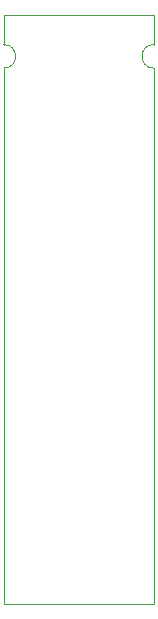
<source format=gbr>
%TF.GenerationSoftware,KiCad,Pcbnew,8.0.5-8.0.5-0~ubuntu24.04.1*%
%TF.CreationDate,2024-10-10T17:44:54+02:00*%
%TF.ProjectId,epi_ESP32_PD,6570695f-4553-4503-9332-5f50442e6b69,1_1*%
%TF.SameCoordinates,Original*%
%TF.FileFunction,Profile,NP*%
%FSLAX46Y46*%
G04 Gerber Fmt 4.6, Leading zero omitted, Abs format (unit mm)*
G04 Created by KiCad (PCBNEW 8.0.5-8.0.5-0~ubuntu24.04.1) date 2024-10-10 17:44:54*
%MOMM*%
%LPD*%
G01*
G04 APERTURE LIST*
%TA.AperFunction,Profile*%
%ADD10C,0.010000*%
%TD*%
G04 APERTURE END LIST*
D10*
X97890000Y-33900000D02*
X97890000Y-36433125D01*
X97895036Y-83820000D02*
X110600000Y-83820000D01*
X110590000Y-38433125D02*
G75*
G02*
X110590000Y-36433075I0J1000025D01*
G01*
X97890000Y-36433125D02*
G75*
G02*
X97890000Y-38433075I0J-999975D01*
G01*
X97890000Y-33900000D02*
X110590000Y-33900000D01*
X110600000Y-83820000D02*
X110590000Y-38433125D01*
X97890000Y-38433125D02*
X97895036Y-83820000D01*
X110590000Y-33900000D02*
X110590000Y-36433125D01*
M02*

</source>
